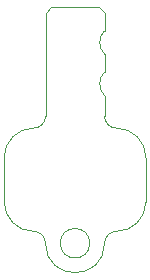
<source format=gbr>
%FSLAX34Y34*%
G04 Gerber Fmt 3.4, Leading zero omitted, Abs format*
G04 (created by PCBNEW (2014-05-09 BZR 4859)-product) date Mon 12 May 2014 07:35:00 PM CEST*
%MOIN*%
G01*
G70*
G90*
G04 APERTURE LIST*
%ADD10C,0.005906*%
%ADD11C,0.003937*%
G04 APERTURE END LIST*
G54D10*
G54D11*
X25984Y-24803D02*
X25984Y-28248D01*
X26181Y-24606D02*
X27755Y-24606D01*
X26181Y-24606D02*
X25984Y-24803D01*
X27952Y-27559D02*
X27952Y-28248D01*
X27952Y-26181D02*
X27952Y-26771D01*
X27952Y-26771D02*
G75*
G03X27952Y-27559I393J-393D01*
G74*
G01*
X27952Y-24803D02*
X27952Y-25393D01*
X27952Y-25393D02*
G75*
G03X27952Y-26181I393J-393D01*
G74*
G01*
X25984Y-32480D02*
G75*
G03X27952Y-32480I984J0D01*
G74*
G01*
X25984Y-32480D02*
G75*
G03X25590Y-32086I-393J0D01*
G74*
G01*
X28346Y-32086D02*
G75*
G03X27952Y-32480I0J-393D01*
G74*
G01*
X27460Y-32480D02*
G75*
G03X27460Y-32480I-492J0D01*
G74*
G01*
X27755Y-24606D02*
X27952Y-24803D01*
X25590Y-28641D02*
G75*
G03X25984Y-28248I0J393D01*
G74*
G01*
X27952Y-28248D02*
G75*
G03X28346Y-28641I393J0D01*
G74*
G01*
X29330Y-31102D02*
X29330Y-29625D01*
X24606Y-29625D02*
X24606Y-31102D01*
X25590Y-28641D02*
G75*
G03X24606Y-29625I0J-984D01*
G74*
G01*
X29330Y-29625D02*
G75*
G03X28346Y-28641I-984J0D01*
G74*
G01*
X24606Y-31102D02*
G75*
G03X25590Y-32086I984J0D01*
G74*
G01*
X28346Y-32086D02*
G75*
G03X29330Y-31102I0J984D01*
G74*
G01*
M02*

</source>
